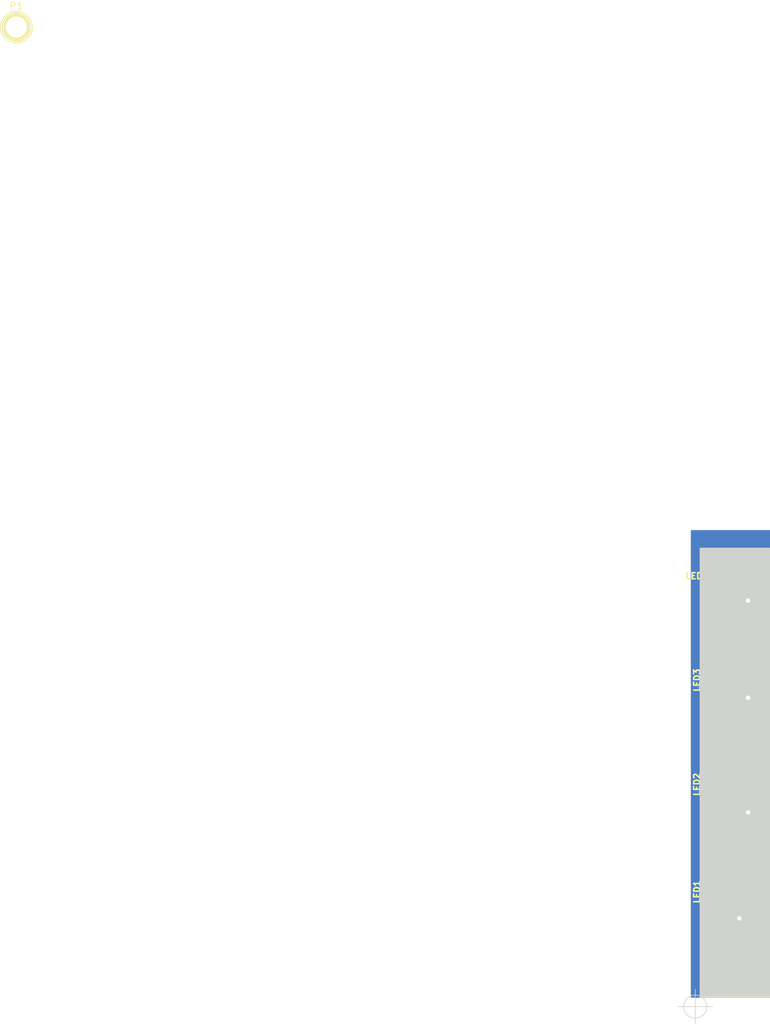
<source format=kicad_pcb>
(kicad_pcb (version 4) (host pcbnew "(2016-05-20 BZR 6816, Git 1e0a72d)-product")

  (general
    (links 27)
    (no_connects 1)
    (area -5.162333 -4.0595 110.572334 140.8465)
    (thickness 1.6)
    (drawings 1)
    (tracks 73)
    (zones 0)
    (modules 16)
    (nets 14)
  )

  (page A4)
  (layers
    (0 F.Cu signal)
    (31 B.Cu signal hide)
    (32 B.Adhes user)
    (33 F.Adhes user)
    (34 B.Paste user)
    (35 F.Paste user)
    (36 B.SilkS user)
    (37 F.SilkS user)
    (38 B.Mask user)
    (39 F.Mask user)
    (40 Dwgs.User user)
    (41 Cmts.User user)
    (42 Eco1.User user)
    (43 Eco2.User user)
    (44 Edge.Cuts user)
  )

  (setup
    (last_trace_width 1)
    (trace_clearance 0.254)
    (zone_clearance 0.508)
    (zone_45_only no)
    (trace_min 0.254)
    (segment_width 0.2)
    (edge_width 0.1)
    (via_size 0.889)
    (via_drill 0.635)
    (via_min_size 0.889)
    (via_min_drill 0.508)
    (uvia_size 0.508)
    (uvia_drill 0.127)
    (uvias_allowed no)
    (uvia_min_size 0.508)
    (uvia_min_drill 0.127)
    (pcb_text_width 0.3)
    (pcb_text_size 1.5 1.5)
    (mod_edge_width 0.15)
    (mod_text_size 1 1)
    (mod_text_width 0.15)
    (pad_size 1.143 1.143)
    (pad_drill 0)
    (pad_to_mask_clearance 0)
    (aux_axis_origin 97.79 140.97)
    (visible_elements FFFFFFBF)
    (pcbplotparams
      (layerselection 0x01000_7ffffffe)
      (usegerberextensions true)
      (excludeedgelayer true)
      (linewidth 0.150000)
      (plotframeref false)
      (viasonmask false)
      (mode 1)
      (useauxorigin false)
      (hpglpennumber 1)
      (hpglpenspeed 20)
      (hpglpendiameter 15)
      (psnegative false)
      (psa4output false)
      (plotreference true)
      (plotvalue true)
      (plotinvisibletext false)
      (padsonsilk false)
      (subtractmaskfromsilk false)
      (outputformat 1)
      (mirror false)
      (drillshape 0)
      (scaleselection 1)
      (outputdirectory ../../tmp/))
  )

  (net 0 "")
  (net 1 GND)
  (net 2 "Net-(C10uF1-Pad2)")
  (net 3 "Net-(LED1-Pad5)")
  (net 4 "Net-(LED1-Pad6)")
  (net 5 "Net-(LED2-Pad5)")
  (net 6 "Net-(LED2-Pad6)")
  (net 7 "Net-(LED3-Pad5)")
  (net 8 "Net-(LED3-Pad6)")
  (net 9 "Net-(LED1-Pad1)")
  (net 10 "Net-(LED1-Pad2)")
  (net 11 "Net-(LED4-Pad5)")
  (net 12 "Net-(LED4-Pad6)")
  (net 13 "Net-(P1-Pad1)")

  (net_class Default "This is the default net class."
    (clearance 0.254)
    (trace_width 1)
    (via_dia 0.889)
    (via_drill 0.635)
    (uvia_dia 0.508)
    (uvia_drill 0.127)
    (add_net GND)
    (add_net "Net-(C10uF1-Pad2)")
    (add_net "Net-(LED1-Pad1)")
    (add_net "Net-(LED1-Pad2)")
    (add_net "Net-(LED1-Pad5)")
    (add_net "Net-(LED1-Pad6)")
    (add_net "Net-(LED2-Pad5)")
    (add_net "Net-(LED2-Pad6)")
    (add_net "Net-(LED3-Pad5)")
    (add_net "Net-(LED3-Pad6)")
    (add_net "Net-(LED4-Pad5)")
    (add_net "Net-(LED4-Pad6)")
    (add_net "Net-(P1-Pad1)")
  )

  (module Capacitors_SMD:C_0603 (layer F.Cu) (tedit 5415D631) (tstamp 573F60C6)
    (at 104.14 116.84 270)
    (descr "Capacitor SMD 0603, reflow soldering, AVX (see smccp.pdf)")
    (tags "capacitor 0603")
    (path /573F035C)
    (attr smd)
    (fp_text reference C10uF1 (at 0 -1.9 270) (layer F.SilkS)
      (effects (font (size 1 1) (thickness 0.15)))
    )
    (fp_text value CSMALL (at 0 1.9 270) (layer F.Fab)
      (effects (font (size 1 1) (thickness 0.15)))
    )
    (fp_line (start -1.45 -0.75) (end 1.45 -0.75) (layer F.CrtYd) (width 0.05))
    (fp_line (start -1.45 0.75) (end 1.45 0.75) (layer F.CrtYd) (width 0.05))
    (fp_line (start -1.45 -0.75) (end -1.45 0.75) (layer F.CrtYd) (width 0.05))
    (fp_line (start 1.45 -0.75) (end 1.45 0.75) (layer F.CrtYd) (width 0.05))
    (fp_line (start -0.35 -0.6) (end 0.35 -0.6) (layer F.SilkS) (width 0.15))
    (fp_line (start 0.35 0.6) (end -0.35 0.6) (layer F.SilkS) (width 0.15))
    (pad 1 smd rect (at -0.75 0 270) (size 0.8 0.75) (layers F.Cu F.Paste F.Mask)
      (net 1 GND))
    (pad 2 smd rect (at 0.75 0 270) (size 0.8 0.75) (layers F.Cu F.Paste F.Mask)
      (net 2 "Net-(C10uF1-Pad2)"))
    (model Capacitors_SMD.3dshapes/C_0603.wrl
      (at (xyz 0 0 0))
      (scale (xyz 1 1 1))
      (rotate (xyz 0 0 0))
    )
  )

  (module Capacitors_SMD:C_0603 (layer F.Cu) (tedit 5415D631) (tstamp 573F60CB)
    (at 104.14 85.09 90)
    (descr "Capacitor SMD 0603, reflow soldering, AVX (see smccp.pdf)")
    (tags "capacitor 0603")
    (path /573F0377)
    (attr smd)
    (fp_text reference C10uF2 (at 0 -1.9 90) (layer F.SilkS)
      (effects (font (size 1 1) (thickness 0.15)))
    )
    (fp_text value CSMALL (at 0 1.9 90) (layer F.Fab)
      (effects (font (size 1 1) (thickness 0.15)))
    )
    (fp_line (start -1.45 -0.75) (end 1.45 -0.75) (layer F.CrtYd) (width 0.05))
    (fp_line (start -1.45 0.75) (end 1.45 0.75) (layer F.CrtYd) (width 0.05))
    (fp_line (start -1.45 -0.75) (end -1.45 0.75) (layer F.CrtYd) (width 0.05))
    (fp_line (start 1.45 -0.75) (end 1.45 0.75) (layer F.CrtYd) (width 0.05))
    (fp_line (start -0.35 -0.6) (end 0.35 -0.6) (layer F.SilkS) (width 0.15))
    (fp_line (start 0.35 0.6) (end -0.35 0.6) (layer F.SilkS) (width 0.15))
    (pad 1 smd rect (at -0.75 0 90) (size 0.8 0.75) (layers F.Cu F.Paste F.Mask)
      (net 2 "Net-(C10uF1-Pad2)"))
    (pad 2 smd rect (at 0.75 0 90) (size 0.8 0.75) (layers F.Cu F.Paste F.Mask)
      (net 1 GND))
    (model Capacitors_SMD.3dshapes/C_0603.wrl
      (at (xyz 0 0 0))
      (scale (xyz 1 1 1))
      (rotate (xyz 0 0 0))
    )
  )

  (module Capacitors_SMD:C_0603 (layer F.Cu) (tedit 5415D631) (tstamp 573F60D0)
    (at 104.14 100.33 90)
    (descr "Capacitor SMD 0603, reflow soldering, AVX (see smccp.pdf)")
    (tags "capacitor 0603")
    (path /573F0390)
    (attr smd)
    (fp_text reference C10uF3 (at 0 -1.9 90) (layer F.SilkS)
      (effects (font (size 1 1) (thickness 0.15)))
    )
    (fp_text value CSMALL (at 0 1.9 90) (layer F.Fab)
      (effects (font (size 1 1) (thickness 0.15)))
    )
    (fp_line (start -1.45 -0.75) (end 1.45 -0.75) (layer F.CrtYd) (width 0.05))
    (fp_line (start -1.45 0.75) (end 1.45 0.75) (layer F.CrtYd) (width 0.05))
    (fp_line (start -1.45 -0.75) (end -1.45 0.75) (layer F.CrtYd) (width 0.05))
    (fp_line (start 1.45 -0.75) (end 1.45 0.75) (layer F.CrtYd) (width 0.05))
    (fp_line (start -0.35 -0.6) (end 0.35 -0.6) (layer F.SilkS) (width 0.15))
    (fp_line (start 0.35 0.6) (end -0.35 0.6) (layer F.SilkS) (width 0.15))
    (pad 1 smd rect (at -0.75 0 90) (size 0.8 0.75) (layers F.Cu F.Paste F.Mask)
      (net 2 "Net-(C10uF1-Pad2)"))
    (pad 2 smd rect (at 0.75 0 90) (size 0.8 0.75) (layers F.Cu F.Paste F.Mask)
      (net 1 GND))
    (model Capacitors_SMD.3dshapes/C_0603.wrl
      (at (xyz 0 0 0))
      (scale (xyz 1 1 1))
      (rotate (xyz 0 0 0))
    )
  )

  (module Capacitors_SMD:C_0603 (layer F.Cu) (tedit 5415D631) (tstamp 573F60D5)
    (at 105.41 78.74 270)
    (descr "Capacitor SMD 0603, reflow soldering, AVX (see smccp.pdf)")
    (tags "capacitor 0603")
    (path /573F039F)
    (attr smd)
    (fp_text reference C10uF4 (at 0 -1.9 270) (layer F.SilkS)
      (effects (font (size 1 1) (thickness 0.15)))
    )
    (fp_text value CSMALL (at 0 1.9 270) (layer F.Fab)
      (effects (font (size 1 1) (thickness 0.15)))
    )
    (fp_line (start -1.45 -0.75) (end 1.45 -0.75) (layer F.CrtYd) (width 0.05))
    (fp_line (start -1.45 0.75) (end 1.45 0.75) (layer F.CrtYd) (width 0.05))
    (fp_line (start -1.45 -0.75) (end -1.45 0.75) (layer F.CrtYd) (width 0.05))
    (fp_line (start 1.45 -0.75) (end 1.45 0.75) (layer F.CrtYd) (width 0.05))
    (fp_line (start -0.35 -0.6) (end 0.35 -0.6) (layer F.SilkS) (width 0.15))
    (fp_line (start 0.35 0.6) (end -0.35 0.6) (layer F.SilkS) (width 0.15))
    (pad 1 smd rect (at -0.75 0 270) (size 0.8 0.75) (layers F.Cu F.Paste F.Mask)
      (net 2 "Net-(C10uF1-Pad2)"))
    (pad 2 smd rect (at 0.75 0 270) (size 0.8 0.75) (layers F.Cu F.Paste F.Mask)
      (net 1 GND))
    (model Capacitors_SMD.3dshapes/C_0603.wrl
      (at (xyz 0 0 0))
      (scale (xyz 1 1 1))
      (rotate (xyz 0 0 0))
    )
  )

  (module APA102:APA102 (layer F.Cu) (tedit 55F48DE2) (tstamp 573F60DA)
    (at 101.6 124.46 270)
    (path /573F009C)
    (fp_text reference LED1 (at 0 3.556 270) (layer F.SilkS)
      (effects (font (size 0.889 0.889) (thickness 0.3048)))
    )
    (fp_text value APA102 (at 0 0) (layer F.SilkS)
      (effects (font (size 0.889 0.6) (thickness 0.15)))
    )
    (fp_line (start 1.5 2.5) (end 2.5 1.5) (layer F.SilkS) (width 0.3048))
    (fp_line (start -2.5 2.5) (end 1.5 2.5) (layer F.SilkS) (width 0.3048))
    (fp_line (start 2.5 -2.5) (end 2.5 1.5) (layer F.SilkS) (width 0.3048))
    (fp_line (start -2.5 -2.5) (end 2.5 -2.5) (layer F.SilkS) (width 0.3048))
    (fp_line (start -2.5 -2.5) (end -2.5 2.5) (layer F.SilkS) (width 0.3048))
    (pad 1 smd oval (at 2.4 1.7 270) (size 2 1.1) (layers F.Cu F.Paste F.Mask)
      (net 9 "Net-(LED1-Pad1)"))
    (pad 2 smd oval (at 2.4 0 270) (size 2 1.1) (layers F.Cu F.Paste F.Mask)
      (net 10 "Net-(LED1-Pad2)"))
    (pad 3 smd oval (at 2.4 -1.7 270) (size 2 1.1) (layers F.Cu F.Paste F.Mask)
      (net 1 GND))
    (pad 4 smd oval (at -2.4 -1.7 90) (size 2 1.1) (layers F.Cu F.Paste F.Mask)
      (net 2 "Net-(C10uF1-Pad2)"))
    (pad 5 smd oval (at -2.4 0 90) (size 2 1.1) (layers F.Cu F.Paste F.Mask)
      (net 3 "Net-(LED1-Pad5)"))
    (pad 6 smd oval (at -2.4 1.7 90) (size 2 1.1) (layers F.Cu F.Paste F.Mask)
      (net 4 "Net-(LED1-Pad6)"))
  )

  (module APA102:APA102 (layer F.Cu) (tedit 55F48DE2) (tstamp 573F60E3)
    (at 101.6 109 270)
    (path /573F00AB)
    (fp_text reference LED2 (at 0 3.556 270) (layer F.SilkS)
      (effects (font (size 0.889 0.889) (thickness 0.3048)))
    )
    (fp_text value APA102 (at 0 0) (layer F.SilkS)
      (effects (font (size 0.889 0.6) (thickness 0.15)))
    )
    (fp_line (start 1.5 2.5) (end 2.5 1.5) (layer F.SilkS) (width 0.3048))
    (fp_line (start -2.5 2.5) (end 1.5 2.5) (layer F.SilkS) (width 0.3048))
    (fp_line (start 2.5 -2.5) (end 2.5 1.5) (layer F.SilkS) (width 0.3048))
    (fp_line (start -2.5 -2.5) (end 2.5 -2.5) (layer F.SilkS) (width 0.3048))
    (fp_line (start -2.5 -2.5) (end -2.5 2.5) (layer F.SilkS) (width 0.3048))
    (pad 1 smd oval (at 2.4 1.7 270) (size 2 1.1) (layers F.Cu F.Paste F.Mask)
      (net 4 "Net-(LED1-Pad6)"))
    (pad 2 smd oval (at 2.4 0 270) (size 2 1.1) (layers F.Cu F.Paste F.Mask)
      (net 3 "Net-(LED1-Pad5)"))
    (pad 3 smd oval (at 2.4 -1.7 270) (size 2 1.1) (layers F.Cu F.Paste F.Mask)
      (net 1 GND))
    (pad 4 smd oval (at -2.4 -1.7 90) (size 2 1.1) (layers F.Cu F.Paste F.Mask)
      (net 2 "Net-(C10uF1-Pad2)"))
    (pad 5 smd oval (at -2.4 0 90) (size 2 1.1) (layers F.Cu F.Paste F.Mask)
      (net 5 "Net-(LED2-Pad5)"))
    (pad 6 smd oval (at -2.4 1.7 90) (size 2 1.1) (layers F.Cu F.Paste F.Mask)
      (net 6 "Net-(LED2-Pad6)"))
  )

  (module APA102:APA102 (layer F.Cu) (tedit 55F48DE2) (tstamp 573F60EC)
    (at 101.6 94 270)
    (path /573F00BA)
    (fp_text reference LED3 (at 0 3.556 270) (layer F.SilkS)
      (effects (font (size 0.889 0.889) (thickness 0.3048)))
    )
    (fp_text value APA102 (at 0 0) (layer F.SilkS)
      (effects (font (size 0.889 0.6) (thickness 0.15)))
    )
    (fp_line (start 1.5 2.5) (end 2.5 1.5) (layer F.SilkS) (width 0.3048))
    (fp_line (start -2.5 2.5) (end 1.5 2.5) (layer F.SilkS) (width 0.3048))
    (fp_line (start 2.5 -2.5) (end 2.5 1.5) (layer F.SilkS) (width 0.3048))
    (fp_line (start -2.5 -2.5) (end 2.5 -2.5) (layer F.SilkS) (width 0.3048))
    (fp_line (start -2.5 -2.5) (end -2.5 2.5) (layer F.SilkS) (width 0.3048))
    (pad 1 smd oval (at 2.4 1.7 270) (size 2 1.1) (layers F.Cu F.Paste F.Mask)
      (net 6 "Net-(LED2-Pad6)"))
    (pad 2 smd oval (at 2.4 0 270) (size 2 1.1) (layers F.Cu F.Paste F.Mask)
      (net 5 "Net-(LED2-Pad5)"))
    (pad 3 smd oval (at 2.4 -1.7 270) (size 2 1.1) (layers F.Cu F.Paste F.Mask)
      (net 1 GND))
    (pad 4 smd oval (at -2.4 -1.7 90) (size 2 1.1) (layers F.Cu F.Paste F.Mask)
      (net 2 "Net-(C10uF1-Pad2)"))
    (pad 5 smd oval (at -2.4 0 90) (size 2 1.1) (layers F.Cu F.Paste F.Mask)
      (net 7 "Net-(LED3-Pad5)"))
    (pad 6 smd oval (at -2.4 1.7 90) (size 2 1.1) (layers F.Cu F.Paste F.Mask)
      (net 8 "Net-(LED3-Pad6)"))
  )

  (module APA102:APA102 (layer F.Cu) (tedit 573F6C16) (tstamp 573F60F5)
    (at 101.6 79 270)
    (path /573F00C9)
    (fp_text reference LED4 (at 0 3.556) (layer F.SilkS)
      (effects (font (size 0.889 0.889) (thickness 0.3048)))
    )
    (fp_text value APA102 (at 0 0) (layer F.SilkS)
      (effects (font (size 0.889 0.6) (thickness 0.15)))
    )
    (fp_line (start 1.5 2.5) (end 2.5 1.5) (layer F.SilkS) (width 0.3048))
    (fp_line (start -2.5 2.5) (end 1.5 2.5) (layer F.SilkS) (width 0.3048))
    (fp_line (start 2.5 -2.5) (end 2.5 1.5) (layer F.SilkS) (width 0.3048))
    (fp_line (start -2.5 -2.5) (end 2.5 -2.5) (layer F.SilkS) (width 0.3048))
    (fp_line (start -2.5 -2.5) (end -2.5 2.5) (layer F.SilkS) (width 0.3048))
    (pad 1 smd oval (at 2.4 1.7 270) (size 2 1.1) (layers F.Cu F.Paste F.Mask)
      (net 8 "Net-(LED3-Pad6)"))
    (pad 2 smd oval (at 2.4 0 270) (size 2 1.1) (layers F.Cu F.Paste F.Mask)
      (net 7 "Net-(LED3-Pad5)"))
    (pad 3 smd oval (at 2.4 -1.7 270) (size 2 1.1) (layers F.Cu F.Paste F.Mask)
      (net 1 GND))
    (pad 4 smd oval (at -2.4 -1.7 90) (size 2 1.1) (layers F.Cu F.Paste F.Mask)
      (net 2 "Net-(C10uF1-Pad2)"))
    (pad 5 smd oval (at -2.4 0 90) (size 2 1.1) (layers F.Cu F.Paste F.Mask)
      (net 11 "Net-(LED4-Pad5)"))
    (pad 6 smd oval (at -2.4 1.7 90) (size 2 1.1) (layers F.Cu F.Paste F.Mask)
      (net 12 "Net-(LED4-Pad6)"))
  )

  (module Connect:1pin (layer F.Cu) (tedit 0) (tstamp 573F89F8)
    (at 0 0)
    (descr "module 1 pin (ou trou mecanique de percage)")
    (tags DEV)
    (path /573F6E6F)
    (fp_text reference P1 (at 0 -3.048) (layer F.SilkS)
      (effects (font (size 1 1) (thickness 0.15)))
    )
    (fp_text value CONN_01X01 (at 0 2.794) (layer F.Fab)
      (effects (font (size 1 1) (thickness 0.15)))
    )
    (fp_circle (center 0 0) (end 0 -2.286) (layer F.SilkS) (width 0.15))
    (pad 1 thru_hole circle (at 0 0) (size 4.064 4.064) (drill 3.048) (layers *.Cu *.Mask F.SilkS)
      (net 13 "Net-(P1-Pad1)"))
  )

  (module Connect:PINTST (layer F.Cu) (tedit 5740B4AF) (tstamp 5740B4C1)
    (at 100.33 138.43)
    (descr "module 1 pin (ou trou mecanique de percage)")
    (tags DEV)
    (path /573F6FFB)
    (fp_text reference P2 (at 0 -1.26746) (layer F.SilkS)
      (effects (font (size 1 1) (thickness 0.15)))
    )
    (fp_text value CONN_01X01 (at 0 1.27) (layer F.Fab)
      (effects (font (size 1 1) (thickness 0.15)))
    )
    (fp_circle (center 0 0) (end -0.254 -0.762) (layer F.SilkS) (width 0.15))
    (pad 1 smd circle (at 0 0) (size 1.143 1.143) (layers F.Cu F.Paste F.Mask)
      (net 9 "Net-(LED1-Pad1)"))
    (model Connect.3dshapes/PINTST.wrl
      (at (xyz 0 0 0))
      (scale (xyz 1 1 1))
      (rotate (xyz 0 0 0))
    )
  )

  (module Connect:PINTST (layer F.Cu) (tedit 5740B4A7) (tstamp 5740B4C6)
    (at 102.87 138.43)
    (descr "module 1 pin (ou trou mecanique de percage)")
    (tags DEV)
    (path /573F7135)
    (fp_text reference P3 (at 0 -1.26746) (layer F.SilkS)
      (effects (font (size 1 1) (thickness 0.15)))
    )
    (fp_text value CONN_01X01 (at 0 1.27) (layer F.Fab)
      (effects (font (size 1 1) (thickness 0.15)))
    )
    (fp_circle (center 0 0) (end -0.254 -0.762) (layer F.SilkS) (width 0.15))
    (pad 1 smd circle (at 0 0) (size 1.143 1.143) (layers F.Cu F.Paste F.Mask)
      (net 10 "Net-(LED1-Pad2)"))
    (model Connect.3dshapes/PINTST.wrl
      (at (xyz 0 0 0))
      (scale (xyz 1 1 1))
      (rotate (xyz 0 0 0))
    )
  )

  (module Connect:PINTST (layer F.Cu) (tedit 5740B52A) (tstamp 5740B4CB)
    (at 105.41 138.43)
    (descr "module 1 pin (ou trou mecanique de percage)")
    (tags DEV)
    (path /573F6ED5)
    (fp_text reference P4 (at 0 -1.26746) (layer F.SilkS)
      (effects (font (size 1 1) (thickness 0.15)))
    )
    (fp_text value CONN_01X01 (at 0 1.27) (layer F.Fab)
      (effects (font (size 1 1) (thickness 0.15)))
    )
    (fp_circle (center 0 0) (end -0.254 -0.762) (layer F.SilkS) (width 0.15))
    (pad 1 smd circle (at 0 0) (size 1.143 1.143) (layers F.Cu F.Paste F.Mask)
      (net 2 "Net-(C10uF1-Pad2)"))
    (model Connect.3dshapes/PINTST.wrl
      (at (xyz 0 0 0))
      (scale (xyz 1 1 1))
      (rotate (xyz 0 0 0))
    )
  )

  (module Connect:PINTST (layer F.Cu) (tedit 0) (tstamp 5740B4D0)
    (at 105.41 82.55)
    (descr "module 1 pin (ou trou mecanique de percage)")
    (tags DEV)
    (path /573F8941)
    (fp_text reference P5 (at 0 -1.26746) (layer F.SilkS)
      (effects (font (size 1 1) (thickness 0.15)))
    )
    (fp_text value CONN_01X01 (at 0 1.27) (layer F.Fab)
      (effects (font (size 1 1) (thickness 0.15)))
    )
    (fp_circle (center 0 0) (end -0.254 -0.762) (layer F.SilkS) (width 0.15))
    (pad 1 thru_hole circle (at 0 0) (size 1.143 1.143) (drill 0.635) (layers *.Cu *.Mask F.SilkS)
      (net 1 GND))
    (model Connect.3dshapes/PINTST.wrl
      (at (xyz 0 0 0))
      (scale (xyz 1 1 1))
      (rotate (xyz 0 0 0))
    )
  )

  (module Connect:PINTST (layer F.Cu) (tedit 0) (tstamp 5740B4D5)
    (at 105.41 113.03)
    (descr "module 1 pin (ou trou mecanique de percage)")
    (tags DEV)
    (path /573F89A1)
    (fp_text reference P6 (at 0 -1.26746) (layer F.SilkS)
      (effects (font (size 1 1) (thickness 0.15)))
    )
    (fp_text value CONN_01X01 (at 0 1.27) (layer F.Fab)
      (effects (font (size 1 1) (thickness 0.15)))
    )
    (fp_circle (center 0 0) (end -0.254 -0.762) (layer F.SilkS) (width 0.15))
    (pad 1 thru_hole circle (at 0 0) (size 1.143 1.143) (drill 0.635) (layers *.Cu *.Mask F.SilkS)
      (net 1 GND))
    (model Connect.3dshapes/PINTST.wrl
      (at (xyz 0 0 0))
      (scale (xyz 1 1 1))
      (rotate (xyz 0 0 0))
    )
  )

  (module Connect:PINTST (layer F.Cu) (tedit 0) (tstamp 5740B4DA)
    (at 104.14 128.27)
    (descr "module 1 pin (ou trou mecanique de percage)")
    (tags DEV)
    (path /573F89FE)
    (fp_text reference P7 (at 0 -1.26746) (layer F.SilkS)
      (effects (font (size 1 1) (thickness 0.15)))
    )
    (fp_text value CONN_01X01 (at 0 1.27) (layer F.Fab)
      (effects (font (size 1 1) (thickness 0.15)))
    )
    (fp_circle (center 0 0) (end -0.254 -0.762) (layer F.SilkS) (width 0.15))
    (pad 1 thru_hole circle (at 0 0) (size 1.143 1.143) (drill 0.635) (layers *.Cu *.Mask F.SilkS)
      (net 1 GND))
    (model Connect.3dshapes/PINTST.wrl
      (at (xyz 0 0 0))
      (scale (xyz 1 1 1))
      (rotate (xyz 0 0 0))
    )
  )

  (module Connect:PINTST (layer F.Cu) (tedit 0) (tstamp 5740B4DF)
    (at 105.41 96.52)
    (descr "module 1 pin (ou trou mecanique de percage)")
    (tags DEV)
    (path /573F8A6D)
    (fp_text reference P8 (at 0 -1.26746) (layer F.SilkS)
      (effects (font (size 1 1) (thickness 0.15)))
    )
    (fp_text value CONN_01X01 (at 0 1.27) (layer F.Fab)
      (effects (font (size 1 1) (thickness 0.15)))
    )
    (fp_circle (center 0 0) (end -0.254 -0.762) (layer F.SilkS) (width 0.15))
    (pad 1 thru_hole circle (at 0 0) (size 1.143 1.143) (drill 0.635) (layers *.Cu *.Mask F.SilkS)
      (net 1 GND))
    (model Connect.3dshapes/PINTST.wrl
      (at (xyz 0 0 0))
      (scale (xyz 1 1 1))
      (rotate (xyz 0 0 0))
    )
  )

  (target plus (at 97.79 140.97) (size 5) (width 0.1) (layer Edge.Cuts))

  (segment (start 104.14 128.27) (end 104.14 114.3) (width 1) (layer B.Cu) (net 1) (status 400000))
  (segment (start 104.14 114.3) (end 105.41 113.03) (width 1) (layer B.Cu) (net 1) (tstamp 5740B8A2) (status 800000))
  (segment (start 105.41 113.03) (end 105.41 82.55) (width 1) (layer B.Cu) (net 1) (tstamp 5740B8A4) (status C00000))
  (segment (start 105.41 96.52) (end 103.42 96.52) (width 1) (layer F.Cu) (net 1))
  (segment (start 103.42 96.52) (end 103.3 96.4) (width 1) (layer F.Cu) (net 1) (tstamp 5740B60D))
  (segment (start 105.41 113.03) (end 104.93 113.03) (width 1) (layer F.Cu) (net 1))
  (segment (start 104.93 113.03) (end 103.3 111.4) (width 1) (layer F.Cu) (net 1) (tstamp 5740B5BD))
  (segment (start 105.41 82.55) (end 104.45 82.55) (width 1) (layer F.Cu) (net 1))
  (segment (start 104.45 82.55) (end 104.14 82.24) (width 1) (layer F.Cu) (net 1) (tstamp 573F8DDD))
  (segment (start 103.42 96.52) (end 103.3 96.4) (width 1) (layer F.Cu) (net 1) (tstamp 573F8DD6))
  (segment (start 104.14 128.27) (end 104.71 128.27) (width 1) (layer F.Cu) (net 1))
  (segment (start 104.71 128.27) (end 103.3 126.86) (width 1) (layer F.Cu) (net 1) (tstamp 573F8DCE))
  (segment (start 103.3 111.4) (end 103.3 115.25) (width 1) (layer F.Cu) (net 1))
  (segment (start 103.3 115.25) (end 104.14 116.09) (width 1) (layer F.Cu) (net 1) (tstamp 573F8733))
  (segment (start 105.41 79.49) (end 105.41 80.97) (width 1) (layer F.Cu) (net 1))
  (segment (start 105.41 80.97) (end 104.14 82.24) (width 1) (layer F.Cu) (net 1) (tstamp 573F842A))
  (segment (start 103.3 96.4) (end 103.3 98.74) (width 1) (layer F.Cu) (net 1))
  (segment (start 103.3 98.74) (end 104.14 99.58) (width 1) (layer F.Cu) (net 1) (tstamp 573F8259))
  (segment (start 104.14 84.34) (end 104.14 82.24) (width 1) (layer F.Cu) (net 1))
  (segment (start 104.14 82.24) (end 103.3 81.4) (width 1) (layer F.Cu) (net 1) (tstamp 573F8238))
  (segment (start 105.41 76.2) (end 107.95 76.2) (width 1) (layer F.Cu) (net 2))
  (segment (start 105.93 85.84) (end 104.14 85.84) (width 1) (layer F.Cu) (net 2) (tstamp 5740B667) (status 800000))
  (segment (start 107.95 83.82) (end 105.93 85.84) (width 1) (layer F.Cu) (net 2) (tstamp 5740B662))
  (segment (start 107.95 76.2) (end 107.95 83.82) (width 1) (layer F.Cu) (net 2) (tstamp 5740B65F))
  (segment (start 105.33 106.6) (end 105.33 102.95) (width 1) (layer F.Cu) (net 2))
  (segment (start 103.3 90.17) (end 103.3 91.6) (width 1) (layer F.Cu) (net 2) (tstamp 5740B621))
  (segment (start 105.41 90.17) (end 103.3 90.17) (width 1) (layer F.Cu) (net 2) (tstamp 5740B61F))
  (segment (start 105.41 93.98) (end 105.41 90.17) (width 1) (layer F.Cu) (net 2) (tstamp 5740B619))
  (segment (start 107.95 93.98) (end 105.41 93.98) (width 1) (layer F.Cu) (net 2) (tstamp 5740B618))
  (segment (start 107.95 97.79) (end 107.95 93.98) (width 1) (layer F.Cu) (net 2) (tstamp 5740B617))
  (segment (start 106.68 99.06) (end 107.95 97.79) (width 1) (layer F.Cu) (net 2) (tstamp 5740B614))
  (segment (start 106.68 101.6) (end 106.68 99.06) (width 1) (layer F.Cu) (net 2) (tstamp 5740B613))
  (segment (start 105.33 102.95) (end 106.68 101.6) (width 1) (layer F.Cu) (net 2) (tstamp 5740B612))
  (segment (start 106.68 120.65) (end 106.68 115.57) (width 1) (layer F.Cu) (net 2))
  (segment (start 105.33 106.6) (end 103.3 106.6) (width 1) (layer F.Cu) (net 2) (tstamp 5740B5F1))
  (segment (start 105.41 106.68) (end 105.33 106.6) (width 1) (layer F.Cu) (net 2) (tstamp 5740B5F0))
  (segment (start 105.41 109.22) (end 105.41 106.68) (width 1) (layer F.Cu) (net 2) (tstamp 5740B5EF))
  (segment (start 107.95 111.76) (end 105.41 109.22) (width 1) (layer F.Cu) (net 2) (tstamp 5740B5EE))
  (segment (start 107.95 114.3) (end 107.95 111.76) (width 1) (layer F.Cu) (net 2) (tstamp 5740B5ED))
  (segment (start 106.68 115.57) (end 107.95 114.3) (width 1) (layer F.Cu) (net 2) (tstamp 5740B5EC))
  (segment (start 106.68 120.65) (end 106.68 130.81) (width 1) (layer F.Cu) (net 2))
  (segment (start 103.3 120.65) (end 106.68 120.65) (width 1) (layer F.Cu) (net 2))
  (segment (start 105.41 132.08) (end 105.41 138.43) (width 1) (layer F.Cu) (net 2) (tstamp 5740B591))
  (segment (start 106.68 130.81) (end 105.41 132.08) (width 1) (layer F.Cu) (net 2) (tstamp 5740B58D))
  (segment (start 105.41 76.2) (end 103.7 76.2) (width 1) (layer F.Cu) (net 2))
  (segment (start 103.7 76.2) (end 103.3 76.6) (width 1) (layer F.Cu) (net 2) (tstamp 573F876D))
  (segment (start 105.41 77.99) (end 105.41 76.2) (width 1) (layer F.Cu) (net 2))
  (segment (start 104.14 101.08) (end 104.14 101.6) (width 1) (layer F.Cu) (net 2))
  (segment (start 103.3 102.44) (end 104.14 101.6) (width 1) (layer F.Cu) (net 2) (tstamp 573F813D))
  (segment (start 103.3 102.44) (end 103.3 106.6) (width 1) (layer F.Cu) (net 2))
  (segment (start 104.14 85.84) (end 103.39 85.84) (width 1) (layer F.Cu) (net 2))
  (segment (start 103.39 85.84) (end 103.3 85.93) (width 1) (layer F.Cu) (net 2) (tstamp 573F8223))
  (segment (start 103.3 85.93) (end 103.3 91.6) (width 1) (layer F.Cu) (net 2) (tstamp 573F8226))
  (segment (start 103.3 122.06) (end 103.3 120.65) (width 1) (layer F.Cu) (net 2))
  (segment (start 103.3 120.65) (end 103.3 121.92) (width 1) (layer F.Cu) (net 2) (tstamp 573F86CE))
  (segment (start 103.3 119.7) (end 104.14 118.11) (width 1) (layer F.Cu) (net 2) (tstamp 573F80EE))
  (segment (start 103.3 121.92) (end 103.3 119.7) (width 1) (layer F.Cu) (net 2) (tstamp 573F810F))
  (segment (start 101.6 114.3) (end 101.6 111.4) (width 1) (layer F.Cu) (net 3))
  (segment (start 101.6 114.16) (end 101.6 114.3) (width 1) (layer F.Cu) (net 3))
  (segment (start 101.6 114.3) (end 101.6 122.06) (width 1) (layer F.Cu) (net 3) (tstamp 573F7FB0))
  (segment (start 99.9 111.4) (end 99.9 115.14) (width 1) (layer F.Cu) (net 4))
  (segment (start 99.9 114.16) (end 99.9 115.14) (width 1) (layer F.Cu) (net 4))
  (segment (start 99.9 115.14) (end 99.9 122.06) (width 1) (layer F.Cu) (net 4) (tstamp 573F7FB9))
  (segment (start 101.6 96.4) (end 101.6 106.6) (width 1) (layer F.Cu) (net 5))
  (segment (start 99.9 96.4) (end 99.9 106.6) (width 1) (layer F.Cu) (net 6))
  (segment (start 101.6 81.4) (end 101.6 91.6) (width 1) (layer F.Cu) (net 7))
  (segment (start 99.9 81.4) (end 99.9 91.6) (width 1) (layer F.Cu) (net 8))
  (segment (start 99.9 126.86) (end 99.9 137.492) (width 1) (layer F.Cu) (net 9))
  (segment (start 99.9 137.492) (end 100.33 137.922) (width 1) (layer F.Cu) (net 9) (tstamp 573F7E08))
  (segment (start 102.87 138.43) (end 102.87 134.62) (width 1) (layer F.Cu) (net 10) (status 400000))
  (segment (start 101.6 128.27) (end 101.6 133.35) (width 1) (layer F.Cu) (net 10) (tstamp 573F7DFD))
  (segment (start 101.6 133.35) (end 102.87 134.62) (width 1) (layer F.Cu) (net 10) (tstamp 573F7E04))
  (segment (start 101.6 128.27) (end 101.6 126.86) (width 1) (layer F.Cu) (net 10))

  (zone (net 0) (net_name "") (layer Edge.Cuts) (tstamp 573FEA42) (hatch edge 0.508)
    (connect_pads (clearance 0.508))
    (min_thickness 0.254)
    (fill yes (arc_segments 16) (thermal_gap 0.508) (thermal_bridge_width 0.508))
    (polygon
      (pts
        (xy 108.585 139.7) (xy 98.425 139.7) (xy 98.425 74.93) (xy 108.585 74.93)
      )
    )
    (filled_polygon
      (pts
        (xy 108.458 139.573) (xy 98.552 139.573) (xy 98.552 75.057) (xy 108.458 75.057)
      )
    )
  )
  (zone (net 1) (net_name GND) (layer B.Cu) (tstamp 573FEAEB) (hatch edge 0.508)
    (connect_pads (clearance 0.508))
    (min_thickness 0.254)
    (fill yes (arc_segments 16) (thermal_gap 0.508) (thermal_bridge_width 0.508))
    (polygon
      (pts
        (xy 98.425 74.93) (xy 108.585 74.93) (xy 108.585 139.7) (xy 98.425 139.7)
      )
    )
    (filled_polygon
      (pts
        (xy 114.808 139.573) (xy 97.282 139.573) (xy 97.282 127.427567) (xy 105.790626 127.427567) (xy 106.118622 128.221377)
        (xy 106.725428 128.829244) (xy 107.518664 129.158624) (xy 108.377567 129.159374) (xy 109.171377 128.831378) (xy 109.779244 128.224572)
        (xy 110.108624 127.431336) (xy 110.109374 126.572433) (xy 109.781378 125.778623) (xy 109.174572 125.170756) (xy 108.381336 124.841376)
        (xy 107.522433 124.840626) (xy 106.728623 125.168622) (xy 106.120756 125.775428) (xy 105.791376 126.568664) (xy 105.790626 127.427567)
        (xy 97.282 127.427567) (xy 97.282 112.187567) (xy 105.790626 112.187567) (xy 106.118622 112.981377) (xy 106.725428 113.589244)
        (xy 107.518664 113.918624) (xy 108.377567 113.919374) (xy 109.171377 113.591378) (xy 109.779244 112.984572) (xy 110.108624 112.191336)
        (xy 110.109374 111.332433) (xy 109.781378 110.538623) (xy 109.174572 109.930756) (xy 108.381336 109.601376) (xy 107.522433 109.600626)
        (xy 106.728623 109.928622) (xy 106.120756 110.535428) (xy 105.791376 111.328664) (xy 105.790626 112.187567) (xy 97.282 112.187567)
        (xy 97.282 97.148121) (xy 106.231484 97.148121) (xy 106.456154 97.522168) (xy 107.439388 97.92088) (xy 108.500357 97.912975)
        (xy 109.443846 97.522168) (xy 109.668516 97.148121) (xy 107.95 95.429605) (xy 106.231484 97.148121) (xy 97.282 97.148121)
        (xy 97.282 94.739388) (xy 105.27912 94.739388) (xy 105.287025 95.800357) (xy 105.677832 96.743846) (xy 106.051879 96.968516)
        (xy 107.770395 95.25) (xy 108.129605 95.25) (xy 109.848121 96.968516) (xy 110.222168 96.743846) (xy 110.62088 95.760612)
        (xy 110.612975 94.699643) (xy 110.222168 93.756154) (xy 109.848121 93.531484) (xy 108.129605 95.25) (xy 107.770395 95.25)
        (xy 106.051879 93.531484) (xy 105.677832 93.756154) (xy 105.27912 94.739388) (xy 97.282 94.739388) (xy 97.282 93.351879)
        (xy 106.231484 93.351879) (xy 107.95 95.070395) (xy 109.668516 93.351879) (xy 109.443846 92.977832) (xy 108.460612 92.57912)
        (xy 107.399643 92.587025) (xy 106.456154 92.977832) (xy 106.231484 93.351879) (xy 97.282 93.351879) (xy 97.282 83.178121)
        (xy 106.231484 83.178121) (xy 106.456154 83.552168) (xy 107.439388 83.95088) (xy 108.500357 83.942975) (xy 109.443846 83.552168)
        (xy 109.668516 83.178121) (xy 107.95 81.459605) (xy 106.231484 83.178121) (xy 97.282 83.178121) (xy 97.282 80.769388)
        (xy 105.27912 80.769388) (xy 105.287025 81.830357) (xy 105.677832 82.773846) (xy 106.051879 82.998516) (xy 107.770395 81.28)
        (xy 108.129605 81.28) (xy 109.848121 82.998516) (xy 110.222168 82.773846) (xy 110.62088 81.790612) (xy 110.612975 80.729643)
        (xy 110.222168 79.786154) (xy 109.848121 79.561484) (xy 108.129605 81.28) (xy 107.770395 81.28) (xy 106.051879 79.561484)
        (xy 105.677832 79.786154) (xy 105.27912 80.769388) (xy 97.282 80.769388) (xy 97.282 79.381879) (xy 106.231484 79.381879)
        (xy 107.95 81.100395) (xy 109.668516 79.381879) (xy 109.443846 79.007832) (xy 108.460612 78.60912) (xy 107.399643 78.617025)
        (xy 106.456154 79.007832) (xy 106.231484 79.381879) (xy 97.282 79.381879) (xy 97.282 72.517) (xy 114.808 72.517)
      )
    )
  )
)

</source>
